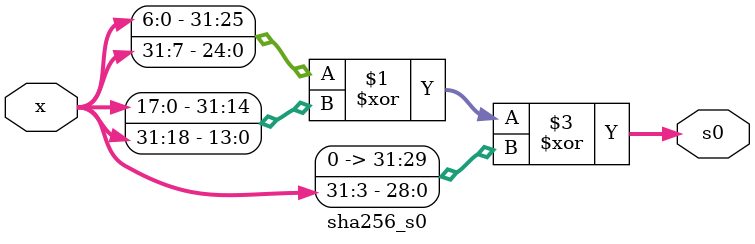
<source format=v>
module sha256_s0 (
          input wire [31:0] x,
          output wire [31:0] s0
          );

      assign s0 = ({x[6:0], x[31:7]} ^ {x[17:0], x[31:18]} ^ (x >> 3));

      endmodule
</source>
